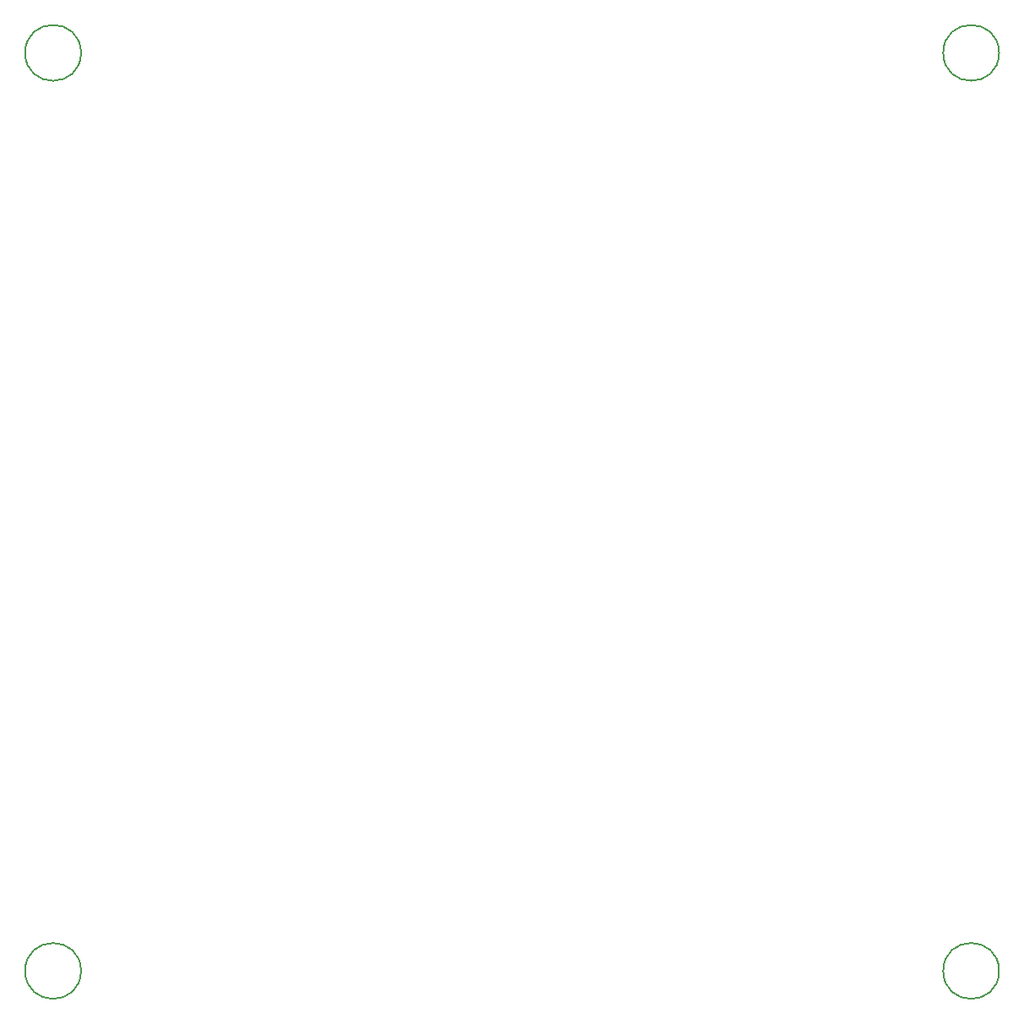
<source format=gbr>
G04 #@! TF.GenerationSoftware,KiCad,Pcbnew,6.0.2+dfsg-1*
G04 #@! TF.CreationDate,2023-06-12T21:26:12+02:00*
G04 #@! TF.ProjectId,Logic_0,4c6f6769-635f-4302-9e6b-696361645f70,rev?*
G04 #@! TF.SameCoordinates,Original*
G04 #@! TF.FileFunction,Other,Comment*
%FSLAX46Y46*%
G04 Gerber Fmt 4.6, Leading zero omitted, Abs format (unit mm)*
G04 Created by KiCad (PCBNEW 6.0.2+dfsg-1) date 2023-06-12 21:26:12*
%MOMM*%
%LPD*%
G01*
G04 APERTURE LIST*
%ADD10C,0.150000*%
G04 APERTURE END LIST*
D10*
G04 #@! TO.C,H5*
X36800000Y-49000000D02*
G75*
G03*
X36800000Y-49000000I-2800000J0D01*
G01*
G04 #@! TO.C,H6*
X128800000Y-49000000D02*
G75*
G03*
X128800000Y-49000000I-2800000J0D01*
G01*
G04 #@! TO.C,H7*
X36800000Y-141000000D02*
G75*
G03*
X36800000Y-141000000I-2800000J0D01*
G01*
G04 #@! TO.C,H8*
X128800000Y-141000000D02*
G75*
G03*
X128800000Y-141000000I-2800000J0D01*
G01*
G04 #@! TD*
M02*

</source>
